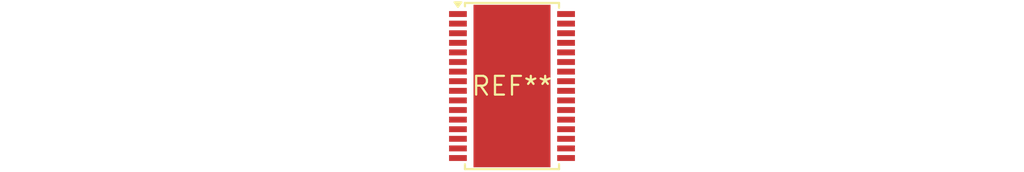
<source format=kicad_pcb>
(kicad_pcb (version 20240108) (generator pcbnew)
  (layers (0 "F.Cu" signal) (31 "B.Cu" signal) (34 "B.Paste" user) (35 "F.Paste" user) (36 "B.SilkS" user "B.Silkscreen") (37 "F.SilkS" user "F.Silkscreen") (38 "B.Mask" user) (39 "F.Mask" user) (44 "Edge.Cuts" user))
  (net 0 "")
  (footprint "HTSSOP-32-1EP_6.1x11mm_P0.65mm_EP5.2x11mm_Mask4.11x4.36mm" (layer "F.Cu") (at 0 0)
    (property "Reference" "REF**")
    (property "Value" "HTSSOP-32-1EP_6.1x11mm_P0.65mm_EP5.2x11mm_Mask4.11x4.36mm")
    (fp_line (start -3.175 -5.625) (end 3.175 -5.625) (layer "F.SilkS") (stroke (width 0.15)))
    (fp_line (start -3.175 -5.4) (end -3.175 -5.625) (layer "F.SilkS") (stroke (width 0.15)))
    (fp_line (start -3.175 5.3) (end -3.175 5.625) (layer "F.SilkS") (stroke (width 0.15)))
    (fp_line (start -3.175 5.625) (end 3.175 5.625) (layer "F.SilkS") (stroke (width 0.15)))
    (fp_line (start 3.175 -5.625) (end 3.175 -5.3) (layer "F.SilkS") (stroke (width 0.15)))
    (fp_line (start 3.175 5.625) (end 3.175 5.3) (layer "F.SilkS") (stroke (width 0.15)))
    (fp_poly (pts (xy -3.65 -5.35) (xy -3.89 -5.68) (xy -3.41 -5.68) (xy -3.65 -5.35)) (layer "F.SilkS") (stroke (width 0.12)) (fill solid))
    (pad "1" smd rect (at -3.65 -4.875) (size 1.2 0.4) (layers "F.Cu" "F.Paste" "F.Mask"))
    (pad "2" smd rect (at -3.65 -4.225) (size 1.2 0.4) (layers "F.Cu" "F.Paste" "F.Mask"))
    (pad "3" smd rect (at -3.65 -3.575) (size 1.2 0.4) (layers "F.Cu" "F.Paste" "F.Mask"))
    (pad "4" smd rect (at -3.65 -2.925) (size 1.2 0.4) (layers "F.Cu" "F.Paste" "F.Mask"))
    (pad "5" smd rect (at -3.65 -2.275) (size 1.2 0.4) (layers "F.Cu" "F.Paste" "F.Mask"))
    (pad "6" smd rect (at -3.65 -1.625) (size 1.2 0.4) (layers "F.Cu" "F.Paste" "F.Mask"))
    (pad "7" smd rect (at -3.65 -0.975) (size 1.2 0.4) (layers "F.Cu" "F.Paste" "F.Mask"))
    (pad "8" smd rect (at -3.65 -0.325) (size 1.2 0.4) (layers "F.Cu" "F.Paste" "F.Mask"))
    (pad "9" smd rect (at -3.65 0.325) (size 1.2 0.4) (layers "F.Cu" "F.Paste" "F.Mask"))
    (pad "10" smd rect (at -3.65 0.975) (size 1.2 0.4) (layers "F.Cu" "F.Paste" "F.Mask"))
    (pad "11" smd rect (at -3.65 1.625) (size 1.2 0.4) (layers "F.Cu" "F.Paste" "F.Mask"))
    (pad "12" smd rect (at -3.65 2.275) (size 1.2 0.4) (layers "F.Cu" "F.Paste" "F.Mask"))
    (pad "13" smd rect (at -3.65 2.925) (size 1.2 0.4) (layers "F.Cu" "F.Paste" "F.Mask"))
    (pad "14" smd rect (at -3.65 3.575) (size 1.2 0.4) (layers "F.Cu" "F.Paste" "F.Mask"))
    (pad "15" smd rect (at -3.65 4.225) (size 1.2 0.4) (layers "F.Cu" "F.Paste" "F.Mask"))
    (pad "16" smd rect (at -3.65 4.875) (size 1.2 0.4) (layers "F.Cu" "F.Paste" "F.Mask"))
    (pad "17" smd rect (at 3.65 4.875) (size 1.2 0.4) (layers "F.Cu" "F.Paste" "F.Mask"))
    (pad "18" smd rect (at 3.65 4.225) (size 1.2 0.4) (layers "F.Cu" "F.Paste" "F.Mask"))
    (pad "19" smd rect (at 3.65 3.575) (size 1.2 0.4) (layers "F.Cu" "F.Paste" "F.Mask"))
    (pad "20" smd rect (at 3.65 2.925) (size 1.2 0.4) (layers "F.Cu" "F.Paste" "F.Mask"))
    (pad "21" smd rect (at 3.65 2.275) (size 1.2 0.4) (layers "F.Cu" "F.Paste" "F.Mask"))
    (pad "22" smd rect (at 3.65 1.625) (size 1.2 0.4) (layers "F.Cu" "F.Paste" "F.Mask"))
    (pad "23" smd rect (at 3.65 0.975) (size 1.2 0.4) (layers "F.Cu" "F.Paste" "F.Mask"))
    (pad "24" smd rect (at 3.65 0.325) (size 1.2 0.4) (layers "F.Cu" "F.Paste" "F.Mask"))
    (pad "25" smd rect (at 3.65 -0.325) (size 1.2 0.4) (layers "F.Cu" "F.Paste" "F.Mask"))
    (pad "26" smd rect (at 3.65 -0.975) (size 1.2 0.4) (layers "F.Cu" "F.Paste" "F.Mask"))
    (pad "27" smd rect (at 3.65 -1.625) (size 1.2 0.4) (layers "F.Cu" "F.Paste" "F.Mask"))
    (pad "28" smd rect (at 3.65 -2.275) (size 1.2 0.4) (layers "F.Cu" "F.Paste" "F.Mask"))
    (pad "29" smd rect (at 3.65 -2.925) (size 1.2 0.4) (layers "F.Cu" "F.Paste" "F.Mask"))
    (pad "30" smd rect (at 3.65 -3.575) (size 1.2 0.4) (layers "F.Cu" "F.Paste" "F.Mask"))
    (pad "31" smd rect (at 3.65 -4.225) (size 1.2 0.4) (layers "F.Cu" "F.Paste" "F.Mask"))
    (pad "32" smd rect (at 3.65 -4.875) (size 1.2 0.4) (layers "F.Cu" "F.Paste" "F.Mask"))
    (pad "33" smd rect (at 0 0) (size 5.2 11) (layers "F.Cu"))
  )
)
</source>
